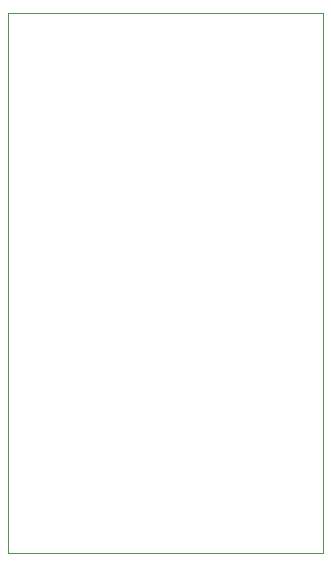
<source format=gbr>
G04 #@! TF.GenerationSoftware,KiCad,Pcbnew,(5.1.4)-1*
G04 #@! TF.CreationDate,2019-12-03T13:15:03-06:00*
G04 #@! TF.ProjectId,cutdown_power,63757464-6f77-46e5-9f70-6f7765722e6b,rev?*
G04 #@! TF.SameCoordinates,Original*
G04 #@! TF.FileFunction,Profile,NP*
%FSLAX46Y46*%
G04 Gerber Fmt 4.6, Leading zero omitted, Abs format (unit mm)*
G04 Created by KiCad (PCBNEW (5.1.4)-1) date 2019-12-03 13:15:03*
%MOMM*%
%LPD*%
G04 APERTURE LIST*
%ADD10C,0.050000*%
G04 APERTURE END LIST*
D10*
X156210000Y-133350000D02*
X156210000Y-87630000D01*
X182880000Y-133350000D02*
X156210000Y-133350000D01*
X182880000Y-87630000D02*
X182880000Y-133350000D01*
X156210000Y-87630000D02*
X182880000Y-87630000D01*
M02*

</source>
